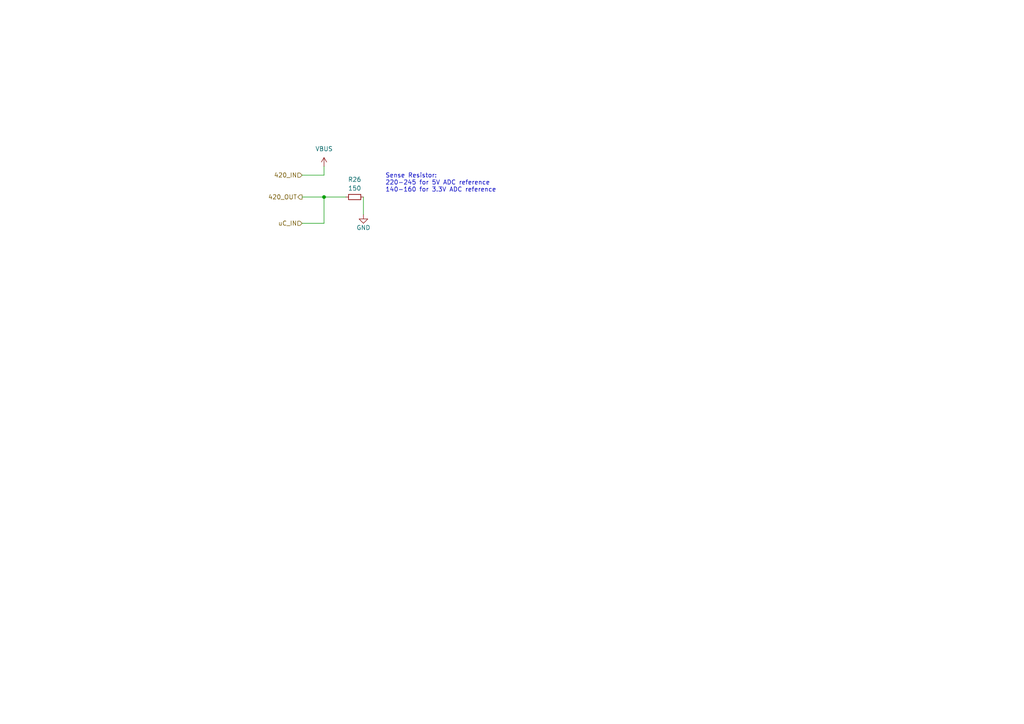
<source format=kicad_sch>
(kicad_sch (version 20230121) (generator eeschema)
  (paper "A4")
  (lib_symbols
    (symbol "Device:R_Small" (pin_numbers hide) (pin_names (offset 0.254) hide)
      (property "Reference" "R" (at 0.762 0.508 0))
      (property "Value" "R_Small" (at 0.762 -1.016 0))
      (symbol "R_Small_0_1"
        (rectangle (start -0.762 1.778) (end 0.762 -1.778) (stroke (width 0.2032)))
      )
      (symbol "R_Small_1_1"
        (pin passive line (at 0 2.54 270) (length 0.762) (name "~") (number "1"))
        (pin passive line (at 0 -2.54 90) (length 0.762) (name "~") (number "2"))
      )
    )
    (symbol "power:GND" (power) (pin_names (offset 0))
      (property "Value" "GND" (at 0 -3.81 0))
      (symbol "GND_0_1"
        (polyline (pts (xy 0 0) (xy 0 -1.27) (xy 1.27 -1.27) (xy 0 -2.54) (xy -1.27 -1.27) (xy 0 -1.27)))
      )
      (symbol "GND_1_1"
        (pin power_in line (at 0 0 270) (length 0) hide (name "GND") (number "1"))
      )
    )
    (symbol "power:VBUS" (power) (pin_names (offset 0))
      (property "Value" "VBUS" (at 0 3.81 0))
      (symbol "VBUS_0_1"
        (polyline (pts (xy -0.762 1.27) (xy 0 2.54)))
        (polyline (pts (xy 0 0) (xy 0 2.54)))
        (polyline (pts (xy 0 2.54) (xy 0.762 1.27)))
      )
      (symbol "VBUS_1_1"
        (pin power_in line (at 0 0 90) (length 0) hide (name "VBUS") (number "1"))
      )
    )
  )
  (junction (at 93.98 57.15))
  (wire (pts (xy 105.41 57.15) (xy 105.41 62.23)))
  (wire (pts (xy 93.98 48.26) (xy 93.98 50.8)))
  (wire (pts (xy 93.98 57.15) (xy 100.33 57.15)))
  (wire (pts (xy 87.63 64.77) (xy 93.98 64.77)))
  (wire (pts (xy 93.98 57.15) (xy 93.98 64.77)))
  (wire (pts (xy 87.63 57.15) (xy 93.98 57.15)))
  (wire (pts (xy 87.63 50.8) (xy 93.98 50.8)))
  (text "Sense Resistor:\n220-245 for 5V ADC reference\n140-160 for 3.3V ADC reference" (at 111.76 55.88 0) (effects (font (size 1.27 1.27)) (justify left bottom)))
  (hierarchical_label "420_OUT" (shape output) (at 87.63 57.15 180))
  (hierarchical_label "uC_IN" (shape input) (at 87.63 64.77 180))
  (hierarchical_label "420_IN" (shape input) (at 87.63 50.8 180))
  (symbol (lib_id "Device:R_Small") (at 102.87 57.15 270) (unit 1)
    (property "Reference" "R26" (at 102.87 52.07 90))
    (property "Value" "150" (at 102.87 54.61 90))
    (instances (project "Flight_Computer_V2" (path "" (reference "R26") (unit 1)) (path "" (reference "R27") (unit 1)) (path "" (reference "R28") (unit 1)) (path "" (reference "R29") (unit 1))))
  )
  (symbol (lib_id "power:VBUS") (at 93.98 48.26 0) (unit 1)
    (property "Reference" "#PWR018" (effects hide))
    (property "Value" "VBUS" (at 93.98 43.18 0))
    (instances (project "Flight_Computer_V2" (path "" (reference "#PWR018") (unit 1)) (path "" (reference "#PWR087") (unit 1)) (path "" (reference "#PWR088") (unit 1)) (path "" (reference "#PWR090") (unit 1)) (path "" (reference "#PWR092") (unit 1))) (project "STM32F405RGT6" (path "" (reference "#PWR018") (unit 1))) (project "avionics_flight_computer" (path "" (reference "#PWR018") (unit 1))))
  )
  (symbol (lib_id "power:GND") (at 105.41 62.23 0) (unit 1)
    (property "Reference" "#PWR03" (effects hide))
    (property "Value" "GND" (at 105.41 66.04 0))
    (instances (project "Flight_Computer_V2" (path "" (reference "#PWR03") (unit 1)) (path "" (reference "#PWR086") (unit 1)) (path "" (reference "#PWR089") (unit 1)) (path "" (reference "#PWR091") (unit 1)) (path "" (reference "#PWR093") (unit 1))) (project "STM32F405RGT6" (path "" (reference "#PWR03") (unit 1))) (project "avionics_flight_computer" (path "" (reference "#PWR03") (unit 1))))
  )
)
</source>
